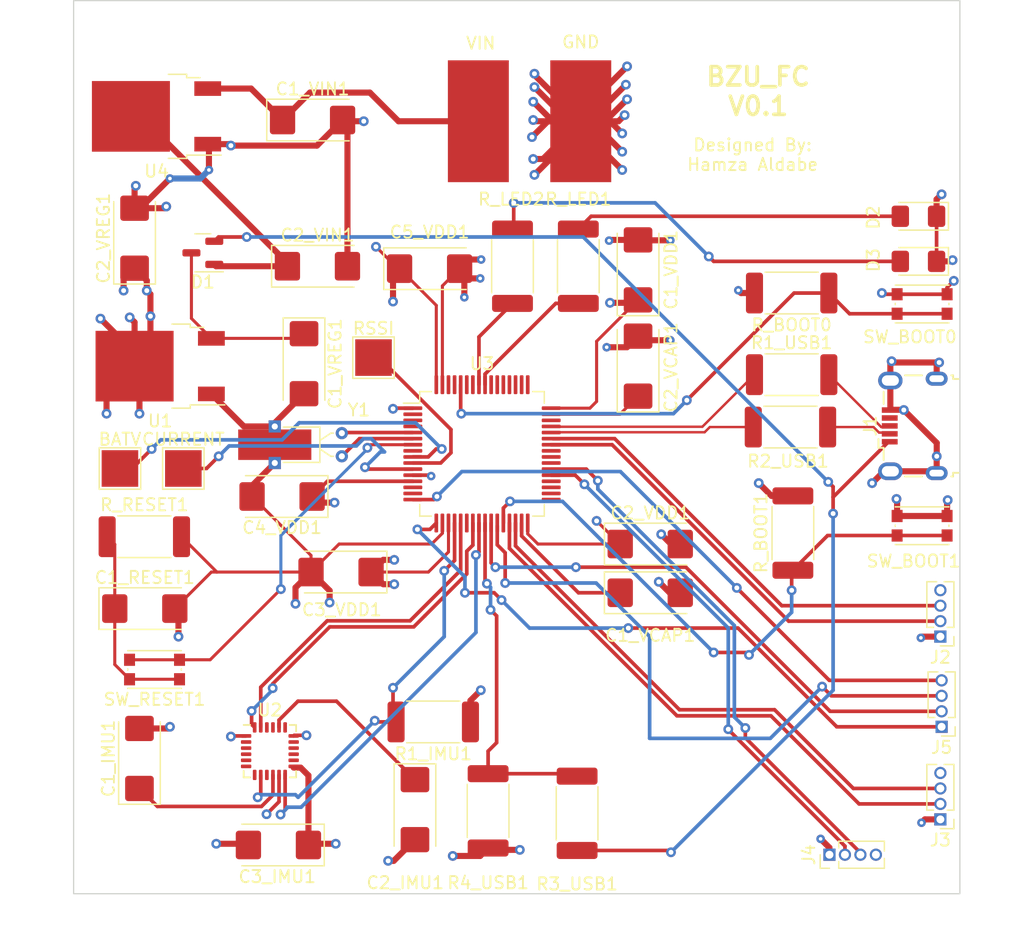
<source format=kicad_pcb>
(kicad_pcb (version 20211014) (generator pcbnew)
  (layers (0 "F.Cu" signal) (1 "In1.Cu" power) (2 "In2.Cu" power) (31 "B.Cu" signal) (34 "B.Paste" user) (35 "F.Paste" user) (36 "B.SilkS" user "B.Silkscreen") (37 "F.SilkS" user "F.Silkscreen") (38 "B.Mask" user) (39 "F.Mask" user) (44 "Edge.Cuts" user))
  (net 0 "")
  (net 1 "GND")
  (net 2 "/VDD")
  (net 3 "Net-(C1_VREG1-Pad1)")
  (net 4 "/5V_REG")
  (net 5 "/5V_USB")
  (net 8 "Net-(C1_VCAP1-Pad1)")
  (net 9 "Net-(C2_VCAP1-Pad1)")
  (net 12 "/IMU_CS")
  (net 13 "Net-(R3_USB1-Pad2)")
  (net 15 "/OSD_SCL")
  (net 16 "/OSD_DOUT")
  (net 17 "/OSD_DIN")
  (net 19 "Net-(C1_IMU1-Pad1)")
  (net 20 "Net-(C1_RESET1-Pad1)")
  (net 21 "/BATV_PAD")
  (net 22 "/RSSI_PAD")
  (net 23 "/CURRENT_PAD")
  (net 29 "/LED")
  (net 30 "/UART2_TX")
  (net 31 "/UART2_RX")
  (net 32 "/PPM_IN")
  (net 33 "/BUZZER")
  (net 34 "/UART1_TX")
  (net 36 "/UART1_RX")
  (net 41 "/CS_OSD")
  (net 44 "/LED1")
  (net 45 "/LED2")
  (net 50 "/VIN")
  (net 51 "/SCL_IMU")
  (net 52 "/SDA_IMU")
  (net 53 "Net-(C2_IMU1-Pad1)")
  (net 55 "Net-(U3-Pad5)")
  (net 56 "Net-(D2-Pad2)")
  (net 57 "Net-(D3-Pad2)")
  (net 58 "/M4")
  (net 59 "/M1")
  (net 60 "/M2")
  (net 61 "/M3")
  (net 62 "/UART3_TX")
  (net 63 "/UART3_RX")
  (net 64 "/IMU_INT")
  (net 65 "/BOOT0")
  (net 66 "/BOOT1")
  (net 67 "/RESET")
  (net 68 "Net-(U3-Pad6)")
  (net 69 "/D-")
  (net 70 "/D+")
  (net 71 "/USBD+")
  (net 72 "/USBD-")
  (footprint "Package_TO_SOT_SMD:TO-252-2" (layer "F.Cu") (at 124.1 71.6 180)
    (fp_text reference "U4")
    (fp_text value "NCP1117-5.0_TO252")
  )
  (footprint "Connector_PinHeader_1.27mm:PinHeader_1x04_P1.27mm_Vertical" (layer "F.Cu") (at 188.5 121.7 180)
    (fp_text reference "J5")
    (fp_text value "Conn_01x04_Male")
  )
  (footprint "Capacitor_Tantalum_SMD:CP_EIA-6032-15_Kemet-U" (layer "F.Cu") (at 123.1375 112)
    (fp_text reference "C1_RESET1")
    (fp_text value "0.1uf")
  )
  (footprint "TestPoint:TestPoint_Pad_3.0x3.0mm" (layer "F.Cu") (at 141.9 91.4)
    (fp_text reference "RSSI")
    (fp_text value "TestPoint_Pad_3.0x3.0mm")
  )
  (footprint "Button_Switch_SMD:SW_Push_1P1T_NO_CK_KMR2" (layer "F.Cu") (at 123.9375 117 180)
    (fp_text reference "SW_RESET1")
    (fp_text value "SW_Push")
  )
  (footprint "Connector_PinHeader_1.27mm:PinHeader_1x04_P1.27mm_Vertical" (layer "F.Cu") (at 188.4 129.3 180)
    (fp_text reference "J3")
    (fp_text value "Conn_01x04_Male")
  )
  (footprint "Connector_PinHeader_1.27mm:PinHeader_1x04_P1.27mm_Vertical" (layer "F.Cu") (at 179.3 132.2 90)
    (fp_text reference "J4")
    (fp_text value "Conn_01x04_Male")
  )
  (footprint "Capacitor_Tantalum_SMD:CP_EIA-6032-15_Kemet-U" (layer "F.Cu") (at 134.4 102.8 180)
    (fp_text reference "C4_VDD1")
    (fp_text value "100nf")
  )
  (footprint "Crystal:Crystal_DS26_D2.0mm_L6.0mm_Horizontal_1EP_style2" (layer "F.Cu") (at 139.3 97.6 -90)
    (fp_text reference "Y1")
    (fp_text value "8MHZ")
  )
  (footprint "Capacitor_Tantalum_SMD:CP_EIA-6032-15_Kemet-U" (layer "F.Cu") (at 136.2 91.9 -90)
    (fp_text reference "C1_VREG1")
    (fp_text value "10uf")
  )
  (footprint "Button_Switch_SMD:SW_Push_1P1T_NO_CK_KMR2" (layer "F.Cu") (at 186.9 105.2 180)
    (fp_text reference "SW_BOOT1")
    (fp_text value "SW_Push")
  )
  (footprint "Capacitor_Tantalum_SMD:CP_EIA-6032-15_Kemet-U" (layer "F.Cu") (at 122.3 81.6 90)
    (fp_text reference "C2_VREG1")
    (fp_text value "10uf")
  )
  (footprint "Capacitor_Tantalum_SMD:CP_EIA-6032-15_Kemet-U" (layer "F.Cu") (at 139.2375 109 180)
    (fp_text reference "C3_VDD1")
    (fp_text value "100nf")
  )
  (footprint "Resistor_SMD:R_2512_6332Metric_Pad1.40x3.35mm_HandSolder" (layer "F.Cu") (at 176.2 86.1 180)
    (fp_text reference "R_BOOT0")
    (fp_text value "10Kohm")
  )
  (footprint "Connector_Wire:SolderWirePad_1x01_SMD_5x10mm" (layer "F.Cu") (at 150.5 72)
    (fp_text reference "VIN")
    (fp_text value "SolderWirePad_1x01_SMD_5x10mm")
  )
  (footprint "Capacitor_Tantalum_SMD:CP_EIA-6032-15_Kemet-U" (layer "F.Cu") (at 136.9 71.9)
    (fp_text reference "C1_VIN1")
    (fp_text value "10uf")
  )
  (footprint "TestPoint:TestPoint_Pad_3.0x3.0mm" (layer "F.Cu") (at 126.3 100.5)
    (fp_text reference "CURRENT")
    (fp_text value "TestPoint_Pad_3.0x3.0mm")
  )
  (footprint "Connector_PinHeader_1.27mm:PinHeader_1x04_P1.27mm_Vertical" (layer "F.Cu") (at 188.4 114.3 180)
    (fp_text reference "J2")
    (fp_text value "Conn_01x04_Male")
  )
  (footprint "LED_SMD:LED_1206_3216Metric_Pad1.42x1.75mm_HandSolder" (layer "F.Cu") (at 186.6 83.5 180)
    (fp_text reference "D3")
    (fp_text value "LED")
  )
  (footprint "TestPoint:TestPoint_Pad_3.0x3.0mm" (layer "F.Cu") (at 121.1 100.5)
    (fp_text reference "BATV")
    (fp_text value "TestPoint_Pad_3.0x3.0mm")
  )
  (footprint "Capacitor_Tantalum_SMD:CP_EIA-6032-15_Kemet-U" (layer "F.Cu") (at 145.3 128.5 -90)
    (fp_text reference "C2_IMU1")
    (fp_text value "2.2uf")
  )
  (footprint "Resistor_SMD:R_2512_6332Metric_Pad1.40x3.35mm_HandSolder" (layer "F.Cu") (at 176.3 105.8 90)
    (fp_text reference "R_BOOT1")
    (fp_text value "10Kohm")
  )
  (footprint "Capacitor_Tantalum_SMD:CP_EIA-6032-15_Kemet-U" (layer "F.Cu") (at 164.6 110.7)
    (fp_text reference "C1_VCAP1")
    (fp_text value "100nf")
  )
  (footprint "Capacitor_Tantalum_SMD:CP_EIA-6032-15_Kemet-U" (layer "F.Cu") (at 122.7 124.3 90)
    (fp_text reference "C1_IMU1")
    (fp_text value "0.1uf")
  )
  (footprint "Resistor_SMD:R_2512_6332Metric_Pad1.40x3.35mm_HandSolder" (layer "F.Cu") (at 146.8 121.3 180)
    (fp_text reference "R1_IMU1")
    (fp_text value "10Kohm")
  )
  (footprint "Capacitor_Tantalum_SMD:CP_EIA-6032-15_Kemet-U" (layer "F.Cu") (at 146.5 84.1)
    (fp_text reference "C5_VDD1")
    (fp_text value "100nf")
  )
  (footprint "Capacitor_Tantalum_SMD:CP_EIA-6032-15_Kemet-U" (layer "F.Cu") (at 163.6 84.2 90)
    (fp_text reference "C1_VDD1")
    (fp_text value "100nf")
  )
  (footprint "Resistor_SMD:R_2512_6332Metric_Pad1.40x3.35mm_HandSolder" (layer "F.Cu") (at 176.2 92.8)
    (fp_text reference "R1_USB1")
    (fp_text value "22ohm")
  )
  (footprint "LED_SMD:LED_1206_3216Metric_Pad1.42x1.75mm_HandSolder" (layer "F.Cu") (at 186.6 79.8 180)
    (fp_text reference "D2")
    (fp_text value "LED")
  )
  (footprint "Resistor_SMD:R_2512_6332Metric_Pad1.40x3.35mm_HandSolder" (layer "F.Cu") (at 151.3 128.6 90)
    (fp_text reference "R4_USB1")
    (fp_text value "10Kohm")
  )
  (footprint "Connector_USB:USB_Micro-B_Wuerth_629105150521" (layer "F.Cu") (at 186.145 97.005 90)
    (fp_text reference "J1")
    (fp_text value "USB_B_Micro")
  )
  (footprint "Capacitor_Tantalum_SMD:CP_EIA-6032-15_Kemet-U" (layer "F.Cu") (at 164.6 106.7)
    (fp_text reference "C2_VDD1")
    (fp_text value "100nf")
  )
  (footprint "Connector_Wire:SolderWirePad_1x01_SMD_5x10mm" (layer "F.Cu") (at 158.9 72)
    (fp_text reference "GND")
    (fp_text value "SolderWirePad_1x01_SMD_5x10mm")
  )
  (footprint "Package_TO_SOT_SMD:SOT-23" (layer "F.Cu") (at 127.9 82.8 180)
    (fp_text reference "D1")
    (fp_text value "BAT54C")
  )
  (footprint "Capacitor_Tantalum_SMD:CP_EIA-6032-15_Kemet-U" (layer "F.Cu") (at 163.6 92.1 90)
    (fp_text reference "C2_VCAP1")
    (fp_text value "100nf")
  )
  (footprint "Package_TO_SOT_SMD:TO-252-2" (layer "F.Cu") (at 124.4 92.1 180)
    (fp_text reference "U1")
    (fp_text value "NCP1117-3.3_TO252")
  )
  (footprint "Resistor_SMD:R_2512_6332Metric_Pad1.40x3.35mm_HandSolder" (layer "F.Cu") (at 176.1 97.1)
    (fp_text reference "R2_USB1")
    (fp_text value "22ohm")
  )
  (footprint "Button_Switch_SMD:SW_Push_1P1T_NO_CK_KMR2" (layer "F.Cu") (at 186.9 87 180)
    (fp_text reference "SW_BOOT0")
    (fp_text value "SW_Push")
  )
  (footprint "Resistor_SMD:R_2512_6332Metric_Pad1.40x3.35mm_HandSolder" (layer "F.Cu") (at 158.7 83.9 -90)
    (fp_text reference "R_LED1")
    (fp_text value "1Kohm")
  )
  (footprint "Sensor_Motion:InvenSense_QFN-24_4x4mm_P0.5mm" (layer "F.Cu") (at 133.4 123.7)
    (fp_text reference "U2")
    (fp_text value "MPU-6000")
  )
  (footprint "Resistor_SMD:R_2512_6332Metric_Pad1.40x3.35mm_HandSolder" (layer "F.Cu") (at 123.1 106.1)
    (fp_text reference "R_RESET1")
    (fp_text value "10Kohm")
  )
  (footprint "Resistor_SMD:R_2512_6332Metric_Pad1.40x3.35mm_HandSolder" (layer "F.Cu") (at 153.3 83.9 -90)
    (fp_text reference "R_LED2")
    (fp_text value "1Kohm")
  )
  (footprint "Package_QFP:LQFP-64_10x10mm_P0.5mm" (layer "F.Cu") (at 150.8 99.3)
    (fp_text reference "U3")
    (fp_text value "STM32F415RGTx")
  )
  (footprint "Capacitor_Tantalum_SMD:CP_EIA-6032-15_Kemet-U" (layer "F.Cu") (at 134.1 131.4 180)
    (fp_text reference "C3_IMU1")
    (fp_text value "0.1uf")
  )
  (footprint "Resistor_SMD:R_2512_6332Metric_Pad1.40x3.35mm_HandSolder" (layer "F.Cu") (at 158.6 128.8 90)
    (fp_text reference "R3_USB1")
    (fp_text value "10Kohm")
  )
  (footprint "Capacitor_Tantalum_SMD:CP_EIA-6032-15_Kemet-U" (layer "F.Cu") (at 137.3 83.9)
    (fp_text reference "C2_VIN1")
    (fp_text value "10uf")
  )
  (gr_rect (start 190 62.1) (end 117.3 135.4) (layer "Edge.Cuts") (width 0.1) (fill none))
  (gr_text "BZU_FC\nV0.1" (at 173.45 69.55) (layer "F.SilkS") (effects (font (size 1.5 1.5) (thickness 0.3))))
  (gr_text "Designed By:\nHamza Aldabe\n" (at 173 74.75) (layer "F.SilkS") (effects (font (size 1 1))))
  (segment (start 188.1 98.4) (end 185.4 95.7) (width 0.5) (layer "F.Cu") (net 1))
  (segment (start 139.7625 72.3) (end 139.3625 71.9) (width 0.5) (layer "F.Cu") (net 1))
  (segment (start 130.2 74) (end 137.2625 74) (width 0.5) (layer "F.Cu") (net 1))
  (segment (start 135.5 110.275) (end 136.775 109) (width 0.5) (layer "F.Cu") (net 1))
  (segment (start 128.4 76) (end 128.4 73.98) (width 0.5) (layer "F.Cu") (net 1))
  (segment (start 188.095 93.13) (end 188.095 92.005) (width 0.5) (layer "F.Cu") (net 1))
  (segment (start 131.27 97.05) (end 128.6 94.38) (width 0.5) (layer "F.Cu") (net 1))
  (segment (start 122.3 79.1375) (end 124.7625 79.1375) (width 0.5) (layer "F.Cu") (net 1))
  (segment (start 158.9 72) (end 157.9 72) (width 0.5) (layer "F.Cu") (net 1))
  (segment (start 124.7625 79.1375) (end 124.9 79) (width 0.5) (layer "F.Cu") (net 1))
  (segment (start 131.45 122.45) (end 130.25 122.45) (width 0.3) (layer "F.Cu") (net 1))
  (segment (start 147.55 104.975) (end 147.55 105.815685) (width 0.25) (layer "F.Cu") (net 1))
  (segment (start 188.3 91.8) (end 184.5 91.8) (width 0.5) (layer "F.Cu") (net 1))
  (segment (start 161.025 90.55) (end 162.6875 90.55) (width 0.5) (layer "F.Cu") (net 1))
  (segment (start 136.775 107.6375) (end 131.9375 102.8) (width 0.25) (layer "F.Cu") (net 1))
  (segment (start 161.2875 81.7375) (end 161.225 81.8) (width 0.5) (layer "F.Cu") (net 1))
  (segment (start 146.55 101.05) (end 146.625 101.125) (width 0.3) (layer "F.Cu") (net 1))
  (segment (start 172.05 86.1) (end 171.825 85.875) (width 0.5) (layer "F.Cu") (net 1))
  (segment (start 185.38 95.68) (end 184.245 95.68) (width 0.5) (layer "F.Cu") (net 1))
  (segment (start 133.8 97.05) (end 131.27 97.05) (width 0.5) (layer "F.Cu") (net 1))
  (segment (start 163.6 81.7375) (end 161.2875 81.7375) (width 0.5) (layer "F.Cu") (net 1))
  (segment (start 187.945 100.73) (end 188.095 100.88) (width 0.5) (layer "F.Cu") (net 1))
  (segment (start 146.665685 106.7) (end 139.075 106.7) (width 0.25) (layer "F.Cu") (net 1))
  (segment (start 159.6 72) (end 162.6 69) (width 0.5) (layer "F.Cu") (net 1))
  (segment (start 188.0875 83.5) (end 188.0875 79.8) (width 0.3) (layer "F.Cu") (net 1))
  (segment (start 158.9 71.3) (end 162.7 67.5) (width 0.5) (layer "F.Cu") (net 1))
  (segment (start 128.3 73.88) (end 130.08 73.88) (width 0.5) (layer "F.Cu") (net 1))
  (segment (start 128.4 73.98) (end 128.3 73.88) (width 0.5) (layer "F.Cu") (net 1))
  (segment (start 158.9 72) (end 155.1 68.2) (width 0.5) (layer "F.Cu") (net 1))
  (segment (start 188.0875 83.5) (end 189.3 83.5) (width 0.5) (layer "F.Cu") (net 1))
  (segment (start 136.775 109) (end 136.775 107.6375) (width 0.25) (layer "F.Cu") (net 1))
  (segment (start 188.095 92.005) (end 188.3 91.8) (width 0.5) (layer "F.Cu") (net 1))
  (segment (start 151.45 131.8) (end 151.3 131.65) (width 0.5) (layer "F.Cu") (net 1))
  (segment (start 157.9 72) (end 155.1 69.2) (width 0.5) (layer "F.Cu") (net 1))
  (segment (start 129.05 109) (end 126.15 106.1) (width 0.25) (layer "F.Cu") (net 1))
  (segment (start 147.55 85.5125) (end 148.9625 84.1) (width 0.25) (layer "F.Cu") (net 1))
  (segment (start 156.2 72) (end 154.9 73.3) (width 0.5) (layer "F.Cu") (net 1))
  (segment (start 158.9 72) (end 156.2 72) (width 0.5) (layer "F.Cu") (net 1))
  (segment (start 158.9 72.6) (end 155.1 76.4) (width 0.5) (layer "F.Cu") (net 1))
  (segment (start 184.295 100.73) (end 187.945 100.73) (width 0.5) (layer "F.Cu") (net 1))
  (segment (start 155.1 72) (end 155 71.9) (width 0.5) (layer "F.Cu") (net 1))
  (segment (start 153.9 131.8) (end 151.45 131.8) (width 0.5) (layer "F.Cu") (net 1))
  (segment (start 189.3 83.5) (end 189.4 83.4) (width 0.5) (layer "F.Cu") (net 1))
  (segment (start 150.65 84.9) (end 149.7625 84.9) (width 0.5) (layer "F.Cu") (net 1))
  (segment (start 158.9 72.6) (end 162.3 76) (width 0.5) (layer "F.Cu") (net 1))
  (segment (start 134.15 127.85) (end 133.125 128.875) (width 0.3) (layer "F.Cu") (net 1))
  (segment (start 166.25 89.975) (end 163.9375 89.975) (width 0.5) (layer "F.Cu") (net 1))
  (segment (start 150.65 132.3) (end 151.3 131.65) (width 0.5) (layer "F.Cu") (net 1))
  (segment (start 143.1 132.7) (end 143.5625 132.7) (width 0.5) (layer "F.Cu") (net 1))
  (segment (start 149.35 86.45) (end 149.35 84.4875) (width 0.5) (layer "F.Cu") (net 1))
  (segment (start 147.55 93.625) (end 147.55 85.5125) (width 0.25) (layer "F.Cu") (net 1))
  (segment (start 130.25 122.45) (end 130.2 122.5) (width 0.3) (layer "F.Cu") (net 1))
  (segment (start 158.9 72) (end 158.9 71.3) (width 0.5) (layer "F.Cu") (net 1))
  (segment (start 158.9 72) (end 159.8 72) (width 0.5) (layer "F.Cu") (net 1))
  (segment (start 184.295 91.805) (end 184.4 91.7) (width 0.5) (layer "F.Cu") (net 1))
  (segment (start 185.4 95.7) (end 185.38 95.68) (width 0.5) (layer "F.Cu") (net 1))
  (segment (start 161.3 72) (end 162.3 73) (width 0.5) (layer "F.Cu") (net 1))
  (segment (start 166.25 81.775) (end 163.6375 81.775) (width 0.5) (layer "F.Cu") (net 1))
  (segment (start 156.6 72) (end 155 70.4) (width 0.5) (layer "F.Cu") (net 1))
  (segment (start 158.9 72) (end 162 72) (width 0.5) (layer "F.Cu") (net 1))
  (segment (start 143.5625 132.7) (end 145.3 130.9625) (width 0.5) (layer "F.Cu") (net 1))
  (segment (start 136.4 122.4) (end 135.4 122.4) (width 0.3) (layer "F.Cu") (net 1))
  (segment (start 188.0875 78.4125) (end 188.5 78) (width 0.5) (layer "F.Cu") (net 1))
  (segment (start 149.7625 84.9) (end 148.9625 84.1) (width 0.5) (layer "F.Cu") (net 1))
  (segment (start 158.9 72) (end 155.1 72) (width 0.5) (layer "F.Cu") (net 1))
  (segment (start 167.0625 106.7) (end 166.3 106.7) (width 0.5) (layer "F.Cu") (net 1))
  (segment (start 188.095 99.505) (end 188.1 99.5) (width 0.5) (layer "F.Cu") (net 1))
  (segment (start 137.2625 74) (end 139.3625 71.9) (width 0.5) (layer "F.Cu") (net 1))
  (segment (start 158.9 72) (end 158.9 72.6) (width 0.5) (layer "F.Cu") (net 1))
  (segment (start 139.4625 72) (end 139.3625 71.9) (width 0.5) (layer "F.Cu") (net 1))
  (segment (start 150.725 83.35) (end 149.7125 83.35) (width 0.5) (layer "F.Cu") (net 1))
  (segment (start 122.3 77.4) (end 122.4 77.3) (width 0.5) (layer "F.Cu") (net 1))
  (segment (start 184.295 93.28) (end 184.295 91.805) (width 0.5) (layer "F.Cu") (net 1))
  (segment (start 134.15 125.65) (end 134.15 127.85) (width 0.3) (layer "F.Cu") (net 1))
  (segment (start 155.1 68.2) (end 155.1 68.1) (width 0.5) (layer "F.Cu") (net 1))
  (segment (start 122.7 121.8375) (end 125.0625 121.8375) (width 0.5) (layer "F.Cu") (net 1))
  (segment (start 131.9375 101.9125) (end 133.8 100.05) (width 0.5) (layer "F.Cu") (net 1))
  (segment (start 162.6875 90.55) (end 163.6 89.6375) (width 0.5) (layer "F.Cu") (net 1))
  (segment (start 122.3 79.1375) (end 122.7625 79.1375) (width 0.5) (layer "F.Cu") (net 1))
  (segment (start 166.2 110.7) (end 165.3 109.8) (width 0.5) (layer "F.Cu") (net 1))
  (segment (start 139.075 106.7) (end 136.775 109) (width 0.25) (layer "F.Cu") (net 1))
  (segment (start 163.9375 89.975) (end 163.6 89.6375) (width 0.5) (layer "F.Cu") (net 1))
  (segment (start 158.9 72) (end 156.6 72) (width 0.5) (layer "F.Cu") (net 1))
  (segment (start 135.5 111.6) (end 135.5 110.275) (width 0.5) (layer "F.Cu") (net 1))
  (segment (start 125.9 112.3) (end 125.6 112) (width 0.5) (layer "F.Cu") (net 1))
  (segment (start 131.5375 131.3) (end 131.6375 131.4) (width 0.5) (layer "F.Cu") (net 1))
  (segment (start 133.8 97.05) (end 133.8 96.7625) (width 0.5) (layer "F.Cu") (net 1))
  (segment (start 184.5 91.8) (end 184.4 91.7) (width 0.5) (layer "F.Cu") (net 1))
  (segment (start 188.0875 79.8) (end 188.0875 78.4125) (width 0.5) (layer "F.Cu") (net 1))
  (segment (start 184.295 100.73) (end 183.77 100.73) (width 0.5) (layer "F.Cu") (net 1))
  (segment (start 160.9 72) (end 162.7 70.2) (width 0.5) (layer "F.Cu") (net 1))
  (segment (start 166.3 106.7) (end 165.5 105.9) (width 0.5) (layer "F.Cu") (net 1))
  (segment (start 184.295 93.28) (end 184.295 95.63) (width 0.5) (layer "F.Cu") (net 1))
  (segment (start 125.9 114.3) (end 125.9 112.3) (width 0.5) (layer "F.Cu") (net 1))
  (segment (start 176.3 102.75) (end 174.55 102.75) (width 0.5) (layer "F.Cu") (net 1))
  (segment (start 158.9 72) (end 159.6 72) (width 0.5) (layer "F.Cu") (net 1))
  (segment (start 173.15 86.1) (end 172.05 86.1) (width 0.5) (layer "F.Cu") (net 1))
  (segment (start 129.05 109) (end 128.6 109) (width 0.25) (layer "F.Cu") (net 1))
  (segment (start 122.7625 79.1375) (end 125.2 76.7) (width 0.5) (layer "F.Cu") (net 1))
  (segment (start 188.095 100.88) (end 188.095 99.505) (width 0.5) (layer "F.Cu") (net 1))
  (segment (start 138.3 110.525) (end 136.775 109) (width 0.5) (layer "F.Cu") (net 1))
  (segment (start 138.3 111.5) (end 138.3 110.525) (width 0.5) (layer "F.Cu") (net 1))
  (segment (start 188.1 99.5) (end 188.1 98.4) (width 0.5) (layer "F.Cu") (net 1))
  (segment (start 162 72) (end 162.5 71.5) (width 0.5) (layer "F.Cu") (net 1))
  (segment (start 129 131.3) (end 131.5375 131.3) (width 0.5) (layer "F.Cu") (net 1))
  (segment (start 131.9375 102.8) (end 131.9375 101.9125) (width 0.5) (layer "F.Cu") (net 1))
  (segment (start 125.0625 121.8375) (end 125.2 121.7) (width 0.5) (layer "F.Cu") (net 1))
  (segment (start 122.3 79.1375) (end 122.3 77.4) (width 0.5) (layer "F.Cu") (net 1))
  (segment (start 159.8 72) (end 162.3 74.5) (width 0.5) (layer "F.Cu") (net 1))
  (segment (start 167.0625 110.7) (end 166.2 110.7) (width 0.5) (layer "F.Cu") (net 1))
  (segment (start 128.6 109) (end 125.6 112) (width 0.25) (layer "F.Cu") (net 1))
  (segment (start 158.9 72) (end 160.9 72) (width 0.5) (layer "F.Cu") (net 1))
  (segment (start 149.35 84.4875) (end 148.9625 84.1) (width 0.5) (layer "F.Cu") (net 1))
  (segment (start 174.55 102.75) (end 173.5 101.7) (width 0.5) (layer "F.Cu") (net 1))
  (segment (start 148.4 132.3) (end 150.65 132.3) (width 0.5) (layer "F.Cu") (net 1))
  (segment (start 183.77 100.73) (end 182.8 101.7) (width 0.5) (layer "F.Cu") (net 1))
  (segment (start 149.7125 83.35) (end 148.9625 84.1) (width 0.5) (layer "F.Cu") (net 1))
  (segment (start 135.4 122.4) (end 135.35 122.45) (width 0.3) (layer "F.Cu") (net 1))
  (segment (start 141.1 72) (end 139.4625 72) (width 0.5) (layer "F.Cu") (net 1))
  (segment (start 147.55 105.815685) (end 146.665685 106.7) (width 0.25) (layer "F.Cu") (net 1))
  (segment (start 155.8 75.1) (end 155 75.1) (width 0.5) (layer "F.Cu") (net 1))
  (segment (start 133.8 96.7625) (end 136.2 94.3625) (width 0.5) (layer "F.Cu") (net 1))
  (segment (start 145.125 101.05) (end 146.55 101.05) (width 0.3) (layer "F.Cu") (net 1))
  (segment (start 184.295 95.63) (end 184.245 95.68) (width 0.5) (layer "F.Cu") (net 1))
  (segment (start 158.9 72) (end 161.3 72) (width 0.5) (layer "F.Cu") (net 1))
  (segment (start 158.9 72) (end 155.8 75.1) (width 0.5) (layer "F.Cu") (net 1))
  (segment (start 136.775 109) (end 129.05 109) (width 0.25) (layer "F.Cu") (net 1))
  (segment (start 130.08 73.88) (end 130.2 74) (width 0.5) (layer "F.Cu") (net 1))
  (segment (start 139.7625 83.9) (end 139.7625 72.3) (width 0.5) (layer "F.Cu") (net 1))
  (via (at 162.3 73) (size 0.8) (drill 0.4) (layers "F.Cu" "B.Cu") (net 1))
  (via (at 125.2 76.7) (size 0.7) (drill 0.3) (layers "F.Cu" "B.Cu") (net 1))
  (via (at 162.3 76) (size 0.8) (drill 0.4) (layers "F.Cu" "B.Cu") (net 1))
  (via (at 135.5 111.6) (size 0.8) (drill 0.4) (layers "F.Cu" "B.Cu") (net 1))
  (via (at 130.2 122.5) (size 0.8) (drill 0.4) (layers "F.Cu" "B.Cu") (net 1))
  (via (at 165.3 109.8) (size 0.8) (drill 0.4) (layers "F.Cu" "B.Cu") (net 1))
  (via (at 155.1 76.4) (size 0.8) (drill 0.4) (layers "F.Cu" "B.Cu") (net 1))
  (via (at 166.25 89.975) (size 0.7) (drill 0.3) (layers "F.Cu" "B.Cu") (net 1))
  (via (at 155 70.4) (size 0.8) (drill 0.4) (layers "F.Cu" "B.Cu") (net 1))
  (via (at 189.4 83.4) (size 0.8) (drill 0.4) (layers "F.Cu" "B.Cu") (net 1))
  (via (at 155 71.9) (size 0.8) (drill 0.4) (layers "F.Cu" "B.Cu") (net 1))
  (via (at 133.125 128.875) (size 0.8) (drill 0.4) (layers "F.Cu" "B.Cu") (net 1))
  (via (at 124.9 79) (size 0.8) (drill 0.4) (layers "F.Cu" "B.Cu") (net 1))
  (via (at 182.8 101.7) (size 0.8) (drill 0.4) (layers "F.Cu" "B.Cu") (net 1))
  (via (at 153.9 131.8) (size 0.8) (drill 0.4) (layers "F.Cu" "B.Cu") (net 1))
  (via (at 184.4 91.7) (size 0.8) (drill 0.4) (layers "F.Cu" "B.Cu") (net 1))
  (via (at 155.1 69.2) (size 0.8) (drill 0.4) (layers "F.Cu" "B.Cu") (net 1))
  (via (at 185.4 95.7) (size 0.8) (drill 0.4) (layers "F.Cu" "B.Cu") (net 1))
  (via (at 129 131.3) (size 0.8) (drill 0.4) (layers "F.Cu" "B.Cu") (net 1))
  (via (at 138.3 111.5) (size 0.8) (drill 0.4) (layers "F.Cu" "B.Cu") (net 1))
  (via (at 162.6 69) (size 0.8) (drill 0.4) (layers "F.Cu" "B.Cu") (net 1))
  (via (at 166.25 81.775) (size 0.7) (drill 0.3) (layers "F.Cu" "B.Cu") (net 1))
  (via (at 165.5 105.9) (size 0.8) (drill 0.4) (layers "F.Cu" "B.Cu") (net 1))
  (via (at 161.225 81.8) (size 0.7) (drill 0.3) (layers "F.Cu" "B.Cu") (net 1))
  (via (at 188.3 91.8) (size 0.8) (drill 0.4) (layers "F.Cu" "B.Cu") (net 1))
  (via (at 141.1 72) (size 0.8) (drill 0.4) (layers "F.Cu" "B.Cu") (net 1))
  (via (at 149.35 86.45) (size 0.7) (drill 0.3) (layers "F.Cu" "B.Cu") (net 1))
  (via (at 136.4 122.4) (size 0.8) (drill 0.4) (layers "F.Cu" "B.Cu") (net 1))
  (via (at 128.4 76) (size 0.7) (drill 0.3) (layers "F.Cu" "B.Cu") (net 1))
  (via (at 161.025 90.55) (size 0.7) (drill 0.3) (layers "F.Cu" "B.Cu") (net 1))
  (via (at 150.725 83.35) (size 0.7) (drill 0.3) (layers "F.Cu" "B.Cu") (net 1))
  (via (at 143.1 132.7) (size 0.8) (drill 0.4) (layers "F.Cu" "B.Cu") (net 1))
  (via (at 171.825 85.875) (size 0.7) (drill 0.3) (layers "F.Cu" "B.Cu") (net 1))
  (via (at 155 75.1) (size 0.8) (drill 0.4) (layers "F.Cu" "B.Cu") (net 1))
  (via (at 162.7 67.5) (size 0.8) (drill 0.4) (layers "F.Cu" "B.Cu") (net 1))
  (via (at 125.2 121.7) (size 0.8) (drill 0.4) (layers "F.Cu" "B.Cu") (net 1))
  (via (at 154.9 73.3) (size 0.8) (drill 0.4) (layers "F.Cu" "B.Cu") (net 1))
  (via (at 162.7 70.2) (size 0.8) (drill 0.4) (layers "F.Cu" "B.Cu") (net 1))
  (via (at 188.1 99.5) (size 0.8) (drill 0.4) (layers "F.Cu" "B.Cu") (net 1))
  (via (at 162.3 74.5) (size 0.8) (drill 0.4) (layers "F.Cu" "B.Cu") (net 1))
  (via (at 122.4 77.3) (size 0.8) (drill 0.4) (layers "F.Cu" "B.Cu") (net 1))
  (via (at 150.65 84.9) (size 0.7) (drill 0.3) (layers "F.Cu" "B.Cu") (net 1))
  (via (at 155.1 68.1) (size 0.8) (drill 0.4) (layers "F.Cu" "B.Cu") (net 1))
  (via (at 130.2 74) (size 0.8) (drill 0.4) (layers "F.Cu" "B.Cu") (net 1))
  (via (at 188.5 78) (size 0.8) (drill 0.4) (layers "F.Cu" "B.Cu") (net 1))
  (via (at 148.4 132.3) (size 0.8) (drill 0.4) (layers "F.Cu" "B.Cu") (net 1))
  (via (at 173.5 101.7) (size 0.8) (drill 0.4) (layers "F.Cu" "B.Cu") (net 1))
  (via (at 146.625 101.125) (size 0.7) (drill 0.3) (layers "F.Cu" "B.Cu") (net 1))
  (via (at 125.9 114.3) (size 0.8) (drill 0.4) (layers "F.Cu" "B.Cu") (net 1))
  (via (at 162.5 71.5) (size 0.8) (drill 0.4) (layers "F.Cu" "B.Cu") (net 1))
  (segment (start 125.2 76.7) (end 127.7 76.7) (width 0.5) (layer "B.Cu") (net 1))
  (segment (start 127.7 76.7) (end 128.4 76) (width 0.5) (layer "B.Cu") (net 1))
  (segment (start 188.95 86.2) (end 188.95 85.65) (width 0.3) (layer "F.Cu") (net 2))
  (segment (start 136.5625 131.4) (end 136.5625 125.695038) (width 0.5) (layer "F.Cu") (net 2))
  (segment (start 154.55 105.865685) (end 154.55 104.975) (width 0.25) (layer "F.Cu") (net 2))
  (segment (start 145.125 95.55) (end 143.55 95.55) (width 0.3) (layer "F.Cu") (net 2))
  (segment (start 184.85 104.4) (end 184.85 103.05) (width 0.5) (layer "F.Cu") (net 2))
  (segment (start 188.95 103.15) (end 189 103.1) (width 0.5) (layer "F.Cu") (net 2))
  (segment (start 122.3 92.1) (end 122.3 88.5) (width 0.5) (layer "F.Cu") (net 2))
  (segment (start 122.3 88.5) (end 121.9 88.1) (width 0.5) (layer "F.Cu") (net 2))
  (segment (start 149.85 121.3) (end 149.85 119.55) (width 0.5) (layer "F.Cu") (net 2))
  (segment (start 143.9 84.1) (end 142.1 82.3) (width 0.25) (layer "F.Cu") (net 2))
  (segment (start 155.384315 106.7) (end 154.55 105.865685) (width 0.25) (layer "F.Cu") (net 2))
  (segment (start 145.125 101.55) (end 138.1125 101.55) (width 0.3) (layer "F.Cu") (net 2))
  (segment (start 123.3 85.9) (end 123.3 85.0625) (width 0.5) (layer "F.Cu") (net 2))
  (segment (start 142.7 108) (end 141.7 109) (width 0.5) (layer "F.Cu") (net 2))
  (segment (start 188.95 104.4) (end 188.95 103.15) (width 0.5) (layer "F.Cu") (net 2))
  (segment (start 159.65 95.55) (end 156.475 95.55) (width 0.25) (layer "F.Cu") (net 2))
  (segment (start 149.85 119.55) (end 150.7 118.7) (width 0.5) (layer "F.Cu") (net 2))
  (segment (start 188.95 86.2) (end 184.85 86.2) (width 0.3) (layer "F.Cu") (net 2))
  (segment (start 163.3625 86.9) (end 163.6 86.6625) (width 0.5) (layer "F.Cu") (net 2))
  (segment (start 138.8 131.3) (end 136.6625 131.3) (width 0.5) (layer "F.Cu") (net 2))
  (segment (start 187.125 129.3) (end 186.85 129.575) (width 0.5) (layer "F.Cu") (net 2))
  (segment (start 122.7 92.5) (end 122.3 92.1) (width 0.5) (layer "F.Cu") (net 2))
  (segment (start 123.6 88) (end 123.6 90.8) (width 0.5) (layer "F.Cu") (net 2))
  (segment (start 147.05 93.625) (end 147.05 87.1125) (width 0.25) (layer "F.Cu") (net 2))
  (segment (start 163.6 86.6625) (end 160.2 90.0625) (width 0.25) (layer "F.Cu") (net 2))
  (segment (start 162.1375 106.7) (end 162.1 106.7) (width 0.25) (layer "F.Cu") (net 2))
  (segment (start 188.95 85.65) (end 189.5 85.1) (width 0.3) (layer "F.Cu") (net 2))
  (segment (start 147.05 87.1125) (end 144.0375 84.1) (width 0.25) (layer "F.Cu") (net 2))
  (segment (start 162.1375 106.7) (end 155.384315 106.7) (width 0.25) (layer "F.Cu") (net 2))
  (segment (start 144.0375 84.1) (end 143.9 84.1) (width 0.25) (layer "F.Cu") (net 2))
  (segment (start 121.4 84.9625) (end 122.3 84.0625) (width 0.5) (layer "F.Cu") (net 2))
  (segment (start 143.6 108) (end 142.7 108) (width 0.5) (layer "F.Cu") (net 2))
  (segment (start 136.6625 131.3) (end 136.5625 131.4) (width 0.5) (layer "F.Cu") (net 2))
  (segment (start 123.6 88) (end 123.6 86.2) (width 0.5) (layer "F.Cu") (net 2))
  (segment (start 136.5625 125.695038) (end 135.917462 125.05) (width 0.5) (layer "F.Cu") (net 2))
  (segment (start 142.7 110) (end 141.7 109) (width 0.5) (layer "F.Cu") (net 2))
  (segment (start 123.3 85.0625) (end 122.3 84.0625) (width 0.5) (layer "F.Cu") (net 2))
  (segment (start 122.3 91) (end 122.3 92.1) (width 0.5) (layer "F.Cu") (net 2))
  (segment (start 184.85 103.05) (end 184.8 103) (width 0.5) (layer "F.Cu") (net 2))
  (segment (start 186.9 114.3) (end 186.8 114.4) (width 0.5) (layer "F.Cu") (net 2))
  (segment (start 123.6 86.2) (end 123.3 85.9) (width 0.5) (layer "F.Cu") (net 2))
  (segment (start 148.05 107.35) (end 146.4 109) (width 0.25) (layer "F.Cu") (net 2))
  (segment (start 143.6 110) (end 142.7 110) (width 0.5) (layer "F.Cu") (net 2))
  (segment (start 160.2 95) (end 159.65 95.55) (width 0.25) (layer "F.Cu") (net 2))
  (segment (start 138.1125 101.55) (end 136.8625 102.8) (width 0.3) (layer "F.Cu") (net 2))
  (segment (start 146.4 109) (end 141.7 109) (width 0.25) (layer "F.Cu") (net 2))
  (segment (start 161.3 86.9) (end 163.3625 86.9) (width 0.5) (layer "F.Cu") (net 2))
  (segment (start 138.7 103.3) (end 137.3625 103.3) (width 0.5) (layer "F.Cu") (net 2))
  (segment (start 120 96) (end 120 94.4) (width 0.5) (layer "F.Cu") (net 2))
  (segment (start 188.4 114.3) (end 186.9 114.3) (width 0.5) (layer "F.Cu") (net 2))
  (segment (start 120 94.4) (end 122.3 92.1) (width 0.5) (layer "F.Cu") (net 2))
  (segment (start 179.3 131.625) (end 178.575 130.9) (width 0.5) (layer "F.Cu") (net 2))
  (segment (start 135.917462 125.05) (end 135.35 125.05) (width 0.5) (layer "F.Cu") (net 2))
  (segment (start 143.5 84.6375) (end 144.0375 84.1) (width 0.5) (layer "F.Cu") (net 2))
  (segment (start 119.5 88.2) (end 122.3 91) (width 0.5) (layer "F.Cu") (net 2))
  (segment (start 122.7 96) (end 122.7 92.5) (width 0.5) (layer "F.Cu") (net 2))
  (segment (start 162.1 106.7) (end 160.2 104.8) (width 0.25) (layer "F.Cu") (net 2))
  (segment (start 143.5 86.8) (end 143.5 84.6375) (width 0.5) (layer "F.Cu") (net 2))
  (segment (start 121.4 85.9) (end 121.4 84.9625) (width 0.5) (layer "F.Cu") (net 2))
  (segment (start 137.3625 103.3) (end 136.8625 102.8) (width 0.5) (layer "F.Cu") (net 2))
  (segment (start 183.7 86.2) (end 183.6 86.1) (width 0.3) (layer "F.Cu") (net 2))
  (segment (start 179.3 132.2) (end 179.3 131.625) (width 0.5) (layer "F.Cu") (net 2))
  (segment (start 188.4 129.3) (end 187.125 129.3) (width 0.5) (layer "F.Cu") (net 2))
  (segment (start 184.85 104.4) (end 188.95 104.4) (width 0.5) (layer "F.Cu") (net 2))
  (segment (start 143.55 95.55) (end 143.5 95.6) (width 0.3) (layer "F.Cu") (net 2))
  (segment (start 148.05 104.975) (end 148.05 107.35) (width 0.25) (layer "F.Cu") (net 2))
  (segment (start 184.85 86.2) (end 183.7 86.2) (width 0.3) (layer "F.Cu") (net 2))
  (segment (start 160.2 90.0625) (end 160.2 95) (width 0.25) (layer "F.Cu") (net 2))
  (segment (start 123.6 90.8) (end 122.3 92.1) (width 0.5) (layer "F.Cu") (net 2))
  (via (at 143.5 95.6) (size 0.8) (drill 0.4) (layers "F.Cu" "B.Cu") (net 2))
  (via (at 143.6 110) (size 0.8) (drill 0.4) (layers "F.Cu" "B.Cu") (net 2))
  (via (at 120 96) (size 0.8) (drill 0.4) (layers "F.Cu" "B.Cu") (net 2))
  (via (at 160.2 104.8) (size 0.8) (drill 0.4) (layers "F.Cu" "B.Cu") (net 2))
  (via (at 183.6 86.1) (size 0.8) (drill 0.4) (layers "F.Cu" "B.Cu") (net 2))
  (via (at 138.8 131.3) (size 0.8) (drill 0.4) (layers "F.Cu" "B.Cu") (net 2))
  (via (at 161.3 86.9) (size 0.8) (drill 0.4) (layers "F.Cu" "B.Cu") (net 2))
  (via (at 150.7 118.7) (size 0.8) (drill 0.4) (layers "F.Cu" "B.Cu") (net 2))
  (via (at 119.5 88.2) (size 0.8) (drill 0.4) (layers "F.Cu" "B.Cu") (net 2))
  (via (at 123.3 85.9) (size 0.8) (drill 0.4) (layers "F.Cu" "B.Cu") (net 2))
  (via (at 184.8 103) (size 0.8) (drill 0.4) (layers "F.Cu" "B.Cu") (net 2))
  (via (at 189 103.1) (size 0.8) (drill 0.4) (layers "F.Cu" "B.Cu") (net 2))
  (via (at 186.85 129.575) (size 0.7) (drill 0.3) (layers "F.Cu" "B.Cu") (net 2))
  (via (at 121.4 85.9) (size 0.8) (drill 0.4) (layers "F.Cu" "B.Cu") (net 2))
  (via (at 122.7 96) (size 0.8) (drill 0.4) (layers "F.Cu" "B.Cu") (net 2))
  (via (at 143.6 108) (size 0.8) (drill 0.4) (layers "F.Cu" "B.Cu") (net 2))
  (via (at 123.6 88) (size 0.8) (drill 0.4) (layers "F.Cu" "B.Cu") (net 2))
  (via (at 121.9 88.1) (size 0.8) (drill 0.4) (layers "F.Cu" "B.Cu") (net 2))
  (via (at 178.575 130.9) (size 0.7) (drill 0.3) (layers "F.Cu" "B.Cu") (net 2))
  (via (at 143.5 86.8) (size 0.8) (drill 0.4) (layers "F.Cu" "B.Cu") (net 2))
  (via (at 186.8 114.4) (size 0.7) (drill 0.3) (layers "F.Cu" "B.Cu") (net 2))
  (via (at 142.1 82.3) (size 0.8) (drill 0.4) (layers "F.Cu" "B.Cu") (net 2))
  (via (at 138.7 103.3) (size 0.8) (drill 0.4) (layers "F.Cu" "B.Cu") (net 2))
  (via (at 189.5 85.1) (size 0.8) (drill 0.4) (layers "F.Cu" "B.Cu") (net 2))
  (segment (start 135.8175 89.82) (end 128.6 89.82) (width 0.25) (layer "F.Cu") (net 3))
  (segment (start 128.6 89.82) (end 126.9625 88.1825) (width 0.25) (layer "F.Cu") (net 3))
  (segment (start 126.9625 88.1825) (end 126.9625 82.8) (width 0.25) (layer "F.Cu") (net 3))
  (segment (start 136.2 89.4375) (end 135.8175 89.82) (width 0.25) (layer "F.Cu") (net 3))
  (segment (start 122 71.6) (end 122.802082 71.6) (width 0.5) (layer "F.Cu") (net 4))
  (segment (start 128.9875 83.9) (end 128.8375 83.75) (width 0.5) (layer "F.Cu") (net 4))
  (segment (start 134.8375 83.9) (end 128.9875 83.9) (width 0.5) (layer "F.Cu") (net 4))
  (segment (start 134.8375 83.635418) (end 134.8375 83.9) (width 0.5) (layer "F.Cu") (net 4))
  (segment (start 122.802082 71.6) (end 134.8375 83.635418) (width 0.5) (layer "F.Cu") (net 4))
  (segment (start 179.6 102.85) (end 179.6 102) (width 0.3) (layer "F.Cu") (net 5))
  (segment (start 184.145 98.305) (end 179.6 102.85) (width 0.3) (layer "F.Cu") (net 5))
  (segment (start 179.6 102.85) (end 179.6 104.2) (width 0.3) (layer "F.Cu") (net 5))
  (segment (start 166.15 131.85) (end 166.3 132) (width 0.3) (layer "F.Cu") (net 5))
  (segment (start 179.6 102) (end 179.2 101.6) (width 0.3) (layer "F.Cu") (net 5))
  (segment (start 129.1875 81.5) (end 128.8375 81.85) (width 0.3) (layer "F.Cu") (net 5))
  (segment (start 158.6 131.85) (end 166.15 131.85) (width 0.3) (layer "F.Cu") (net 5))
  (segment (start 131.5 81.5) (end 129.1875 81.5) (width 0.3) (layer "F.Cu") (net 5))
  (via (at 166.3 132) (size 0.8) (drill 0.4) (layers "F.Cu" "B.Cu") (net 5))
  (via (at 179.6 104.2) (size 0.8) (drill 0.4) (layers "F.Cu" "B.Cu") (net 5))
  (via (at 179.2 101.6) (size 0.8) (drill 0.4) (layers "F.Cu" "B.Cu") (net 5))
  (via (at 131.5 81.5) (size 0.8) (drill 0.4) (layers "F.Cu" "B.Cu") (net 5))
  (segment (start 159.1 81.5) (end 131.5 81.5) (width 0.3) (layer "B.Cu") (net 5))
  (segment (start 179.2 101.6) (end 159.1 81.5) (width 0.3) (layer "B.Cu") (net 5))
  (segment (start 179.6 118.7) (end 166.3 132) (width 0.3) (layer "B.Cu") (net 5))
  (segment (start 179.6 104.2) (end 179.6 118.7) (width 0.3) (layer "B.Cu") (net 5))
  (segment (start 162.1375 110.7) (end 158.712564 110.7) (width 0.3) (layer "F.Cu") (net 8))
  (segment (start 154.05 106.037436) (end 154.05 104.975) (width 0.3) (layer "F.Cu") (net 8))
  (segment (start 158.712564 110.7) (end 154.05 106.037436) (width 0.3) (layer "F.Cu") (net 8))
  (segment (start 162.1125 96.05) (end 156.475 96.05) (width 0.25) (layer "F.Cu") (net 9))
  (segment (start 163.6 94.5625) (end 162.1125 96.05) (width 0.25) (layer "F.Cu") (net 9))
  (segment (start 148.55 104.975) (end 148.55 108.05) (width 0.3) (layer "F.Cu") (net 12))
  (segment (start 132.65 127.237) (end 132.4 127.487) (width 0.3) (layer "F.Cu") (net 12))
  (segment (start 143.5 121.05) (end 143.75 121.3) (width 0.3) (layer "F.Cu") (net 12))
  (segment (start 143.75 121.3) (end 142.1 121.3) (width 0.3) (layer "F.Cu") (net 12))
  (segment (start 142.1 121.3) (end 142 121.2) (width 0.3) (layer "F.Cu") (net 12))
  (segment (start 132.65 125.65) (end 132.65 127.237) (width 0.3) (layer "F.Cu") (net 12))
  (segment (start 148.55 108.05) (end 147.7 108.9) (width 0.3) (layer "F.Cu") (net 12))
  (segment (start 143.5 118.5) (end 143.5 121.05) (width 0.3) (layer "F.Cu") (net 12))
  (via (at 142 121.2) (size 0.8) (drill 0.4) (layers "F.Cu" "B.Cu") (net 12))
  (via (at 147.7 108.9) (size 0.8) (drill 0.4) (layers "F.Cu" "B.Cu") (net 12))
  (via (at 132.4 127.487) (size 0.8) (drill 0.4) (layers "F.Cu" "B.Cu") (net 12))
  (via (at 143.5 118.5) (size 0.8) (drill 0.4) (layers "F.Cu" "B.Cu") (net 12))
  (segment (start 147.7 108.9) (end 147.7 114.3) (width 0.3) (layer "B.Cu") (net 12))
  (segment (start 135.713 127.487) (end 135.501 127.275) (width 0.3) (layer "B.Cu") (net 12))
  (segment (start 142 121.2) (end 135.713 127.487) (width 0.3) (layer "B.Cu") (net 12))
  (segment (start 135.501 127.275) (end 132.612 127.275) (width 0.3) (layer "B.Cu") (net 12))
  (segment (start 147.7 114.3) (end 143.5 118.5) (width 0.3) (layer "B.Cu") (net 12))
  (segment (start 132.612 127.275) (end 132.4 127.487) (width 0.3) (layer "B.Cu") (net 12))
  (segment (start 158.4 125.55) (end 151.3 125.55) (width 0.3) (layer "F.Cu") (net 13))
  (segment (start 151.3 123.7) (end 152 123) (width 0.3) (layer "F.Cu") (net 13))
  (segment (start 158.6 125.75) (end 158.4 125.55) (width 0.3) (layer "F.Cu") (net 13))
  (segment (start 152 112.6) (end 151.5 112.1) (width 0.3) (layer "F.Cu") (net 13))
  (segment (start 151.05 109.8005) (end 151.2 109.9505) (width 0.3) (layer "F.Cu") (net 13))
  (segment (start 151.3 125.55) (end 151.3 123.7) (width 0.3) (layer "F.Cu") (net 13))
  (segment (start 151.05 104.975) (end 151.05 109.8005) (width 0.3) (layer "F.Cu") (net 13))
  (segment (start 152 123) (end 152 112.6) (width 0.3) (layer "F.Cu") (net 13))
  (via (at 151.5 112.1) (size 0.8) (drill 0.4) (layers "F.Cu" "B.Cu") (net 13))
  (via (at 151.2 109.9505) (size 0.8) (drill 0.4) (layers "F.Cu" "B.Cu") (net 13))
  (segment (start 151.5 110.2505) (end 151.2 109.9505) (width 0.3) (layer "B.Cu") (net 13))
  (segment (start 151.5 112.1) (end 151.5 110.2505) (width 0.3) (layer "B.Cu") (net 13))
  (segment (start 124.1745 128.237) (end 122.7 126.7625) (width 0.3) (layer "F.Cu") (net 19))
  (segment (start 133.65 127.297661) (end 132.710661 128.237) (width 0.3) (layer "F.Cu") (net 19))
  (segment (start 133.65 125.65) (end 133.65 127.297661) (width 0.3) (layer "F.Cu") (net 19))
  (segment (start 132.710661 128.237) (end 124.1745 128.237) (width 0.3) (layer "F.Cu") (net 19))
  (segment (start 125.9875 117.8) (end 121.8875 117.8) (width 0.25) (layer "F.Cu") (net 20))
  (segment (start 121.8875 117.8) (end 120.675 116.5875) (width 0.25) (layer "F.Cu") (net 20))
  (segment (start 120.675 112) (end 120.675 106.725) (width 0.25) (layer "F.Cu") (net 20))
  (segment (start 120.675 116.5875) (end 120.675 112) (width 0.25) (layer "F.Cu") (net 20))
  (segment (start 120.675 106.725) (end 120.05 106.1) (width 0.25) (layer "F.Cu") (net 20))
  (segment (start 147.039339 98.9) (end 147.5 98.9) (width 0.3) (layer "F.Cu") (net 21))
  (segment (start 145.125 99.55) (end 146.389339 99.55) (width 0.3) (layer "F.Cu") (net 21))
  (segment (start 146.389339 99.55) (end 147.039339 98.9) (width 0.3) (layer "F.Cu") (net 21))
  (segment (start 123.7 98.9) (end 122.1 100.5) (width 0.3) (layer "F.Cu") (net 21))
  (segment (start 122.1 100.5) (end 121.1 100.5) (width 0.3) (layer "F.Cu") (net 21))
  (via (at 123.7 98.9) (size 0.8) (drill 0.4) (layers "F.Cu" "B.Cu") (net 21))
  (via (at 147.5 98.9) (size 0.8) (drill 0.4) (layers "F.Cu" "B.Cu") (net 21))
  (segment (start 147.5 98.9) (end 145.35 96.75) (width 0.3) (layer "B.Cu") (net 21))
  (segment (start 134.4 98.15) (end 124.45 98.15) (width 0.3) (layer "B.Cu") (net 21))
  (segment (start 145.35 96.75) (end 135.8 96.75) (width 0.3) (layer "B.Cu") (net 21))
  (segment (start 124.45 98.15) (end 123.7 98.9) (width 0.3) (layer "B.Cu") (net 21))
  (segment (start 135.8 96.75) (end 134.4 98.15) (width 0.3) (layer "B.Cu") (net 21))
  (segment (start 148.25 97.298959) (end 142.351041 91.4) (width 0.3) (layer "F.Cu") (net 22))
  (segment (start 145.125 100.05) (end 147.410661 100.05) (width 0.3) (layer "F.Cu") (net 22))
  (segment (start 148.25 99.210661) (end 148.25 97.298959) (width 0.3) (layer "F.Cu") (net 22))
  (segment (start 147.410661 100.05) (end 148.25 99.210661) (width 0.3) (layer "F.Cu") (net 22))
  (segment (start 141.35 100.55) (end 141.2 100.4) (width 0.3) (layer "F.Cu") (net 23))
  (segment (start 128.2 100.5) (end 126.3 100.5) (width 0.3) (layer "F.Cu") (net 23))
  (segment (start 145.125 100.55) (end 141.35 100.55) (width 0.3) (layer "F.Cu") (net 23))
  (segment (start 129.2 99.5) (end 128.2 100.5) (width 0.3) (layer "F.Cu") (net 23))
  (via (at 129.2 99.5) (size 0.8) (drill 0.4) (layers "F.Cu" "B.Cu") (net 23))
  (via (at 141.2 100.4) (size 0.8) (drill 0.4) (layers "F.Cu" "B.Cu") (net 23))
  (segment (start 140.488839 98.65) (end 130.05 98.65) (width 0.3) (layer "B.Cu") (net 23))
  (segment (start 142.461161 99.138839) (end 142.8 99.138839) (width 0.3) (layer "B.Cu") (net 23))
  (segment (start 141.710661 98.0495) (end 141.089339 98.0495) (width 0.3) (layer "B.Cu") (net 23))
  (segment (start 141.089339 98.0495) (end 140.488839 98.65) (width 0.3) (layer "B.Cu") (net 23))
  (segment (start 141.2 100.4) (end 142.461161 99.138839) (width 0.3) (layer "B.Cu") (net 23))
  (segment (start 130.05 98.65) (end 129.2 99.5) (width 0.3) (layer "B.Cu") (net 23))
  (segment (start 142.8 99.138839) (end 141.710661 98.0495) (width 0.3) (layer "B.Cu") (net 23))
  (segment (start 188.4 128.03) (end 181.73 128.03) (width 0.3) (layer "F.Cu") (net 30))
  (segment (start 174.5 120.8) (end 166.792894 120.8) (width 0.3) (layer "F.Cu") (net 30))
  (segment (start 181.73 128.03) (end 174.5 120.8) (width 0.3) (layer "F.Cu") (net 30))
  (segment (start 153.05 107.057106) (end 153.05 104.975) (width 0.3) (layer "F.Cu") (net 30))
  (segment (start 166.792894 120.8) (end 153.05 107.057106) (width 0.3) (layer "F.Cu") (net 30))
  (segment (start 174.8 120.3) (end 181.26 126.76) (width 0.3) (layer "F.Cu") (net 31))
  (segment (start 167 120.3) (end 174.8 120.3) (width 0.3) (layer "F.Cu") (net 31))
  (segment (start 181.26 126.76) (end 188.4 126.76) (width 0.3) (layer "F.Cu") (net 31))
  (segment (start 153.55 104.975) (end 153.55 106.85) (width 0.3) (layer "F.Cu") (net 31))
  (segment (start 153.55 106.85) (end 167 120.3) (width 0.3) (layer "F.Cu") (net 31))
  (segment (start 188.4 113.03) (end 175.953528 113.03) (width 0.3) (layer "F.Cu") (net 34))
  (segment (start 161.473528 98.55) (end 156.475 98.55) (width 0.3) (layer "F.Cu") (net 34))
  (segment (start 175.953528 113.03) (end 161.473528 98.55) (width 0.3) (layer "F.Cu") (net 34))
  (segment (start 188.4 111.76) (end 175.390634 111.76) (width 0.3) (layer "F.Cu") (net 36))
  (segment (start 161.680634 98.05) (end 156.6 98.05) (width 0.3) (layer "F.Cu") (net 36))
  (segment (start 175.390634 111.76) (end 161.680634 98.05) (width 0.3) (layer "F.Cu") (net 36))
  (segment (start 151.05 92.748959) (end 151.05 93.625) (width 0.3) (layer "F.Cu") (net 44))
  (segment (start 158.7 86.95) (end 156.848959 86.95) (width 0.3) (layer "F.Cu") (net 44))
  (segment (start 156.848959 86.95) (end 151.05 92.748959) (width 0.3) (layer "F.Cu") (net 44))
  (segment (start 150.55 89.7) (end 153.3 86.95) (width 0.3) (layer "F.Cu") (net 45))
  (segment (start 150.55 93.625) (end 150.55 89.7) (width 0.3) (layer "F.Cu") (net 45))
  (segment (start 134.4375 71.9) (end 136.6875 69.65) (width 0.5) (layer "F.Cu") (net 50))
  (segment (start 136.6875 69.65) (end 141.6 69.65) (width 0.5) (layer "F.Cu") (net 50))
  (segment (start 131.8575 69.32) (end 128.3 69.32) (width 0.5) (layer "F.Cu") (net 50))
  (segment (start 143.95 72) (end 150.5 72) (width 0.5) (layer "F.Cu") (net 50))
  (segment (start 141.6 69.65) (end 143.95 72) (width 0.5) (layer "F.Cu") (net 50))
  (segment (start 134.4375 71.9) (end 131.8575 69.32) (width 0.5) (layer "F.Cu") (net 50))
  (segment (start 132.65 118.45) (end 132.65 121.75) (width 0.3) (layer "F.Cu") (net 51))
  (segment (start 144.9 113) (end 138.1 113) (width 0.3) (layer "F.Cu") (net 51))
  (segment (start 149.05 104.975) (end 149.05 108.85) (width 0.3) (layer "F.Cu") (net 51))
  (segment (start 138.1 113) (end 132.65 118.45) (width 0.3) (layer "F.Cu") (net 51))
  (segment (start 149.05 108.85) (end 144.9 113) (width 0.3) (layer "F.Cu") (net 51))
  (segment (start 149.55 109.15) (end 146.1 112.6) (width 0.3) (layer "F.Cu") (net 52))
  (segment (start 150.05 104.975) (end 150.05 106.789339) (width 0.3) (layer "F.Cu") (net 52))
  (segment (start 138.307106 113.5) (end 134.003553 117.803553) (width 0.3) (layer "F.Cu") (net 52))
  (segment (start 150.05 106.789339) (end 149.55 107.289339) (width 0.3) (layer "F.Cu") (net 52))
  (segment (start 145.2 113.5) (end 138.4 113.5) (width 0.3) (layer "F.Cu") (net 52))
  (segment (start 131.9 120.4) (end 131.9 121.5) (width 0.3) (layer "F.Cu") (net 52))
  (segment (start 146.1 112.6) (end 145.2 113.5) (width 0.3) (layer "F.Cu") (net 52))
  (segment (start 149.55 107.289339) (end 149.55 109.15) (width 0.3) (layer "F.Cu") (net 52))
  (segment (start 131.9 121.5) (end 132.15 121.75) (width 0.3) (layer "F.Cu") (net 52))
  (segment (start 134.003553 117.803553) (end 133.629977 118.177129) (width 0.3) (layer "F.Cu") (net 52))
  (segment (start 138.4 113.5) (end 138.307106 113.5) (width 0.3) (layer "F.Cu") (net 52))
  (segment (start 133.629977 118.177129) (end 133.629977 118.529977) (width 0.3) (layer "F.Cu") (net 52))
  (via (at 133.629977 118.529977) (size 0.8) (drill 0.4) (layers "F.Cu" "B.Cu") (net 52))
  (via (at 131.9 120.4) (size 0.8) (drill 0.4) (layers "F.Cu" "B.Cu") (net 52))
  (segment (start 133.629977 118.670023) (end 131.9 120.4) (width 0.3) (layer "B.Cu") (net 52))
  (segment (start 133.629977 118.529977) (end 133.629977 118.670023) (width 0.3) (layer "B.Cu") (net 52))
  (segment (start 134.15 121.75) (end 134.15 121.15) (width 0.3) (layer "F.Cu") (net 53))
  (segment (start 138.8625 119.6) (end 145.3 126.0375) (width 0.3) (layer "F.Cu") (net 53))
  (segment (start 134.15 121.15) (end 135.7 119.6) (width 0.3) (layer "F.Cu") (net 53))
  (segment (start 135.7 119.6) (end 138.8625 119.6) (width 0.3) (layer "F.Cu") (net 53))
  (segment (start 139.35 97.55) (end 139.3 97.6) (width 0.3) (layer "F.Cu") (net 55))
  (segment (start 145.125 97.55) (end 139.35 97.55) (width 0.3) (layer "F.Cu") (net 55))
  (segment (start 185.1125 79.8) (end 159.75 79.8) (width 0.3) (layer "F.Cu") (net 56))
  (segment (start 159.75 79.8) (end 158.7 80.85) (width 0.3) (layer "F.Cu") (net 56))
  (segment (start 169.8 83.5) (end 169.4 83.1) (width 0.3) (layer "F.Cu") (net 57))
  (segment (start 153.4 78.7) (end 153.4 80.75) (width 0.3) (layer "F.Cu") (net 57))
  (segment (start 153.4 80.75) (end 153.3 80.85) (width 0.3) (layer "F.Cu") (net 57))
  (segment (start 185.1125 83.5) (end 169.8 83.5) (width 0.3) (layer "F.Cu") (net 57))
  (via (at 169.4 83.1) (size 0.8) (drill 0.4) (layers "F.Cu" "B.Cu") (net 57))
  (via (at 153.4 78.7) (size 0.8) (drill 0.4) (layers "F.Cu" "B.Cu") (net 57))
  (segment (start 165 78.7) (end 153.4 78.7) (width 0.3) (layer "B.Cu") (net 57))
  (segment (start 169.4 83.1) (end 165 78.7) (width 0.3) (layer "B.Cu") (net 57))
  (segment (start 179.29 117.89) (end 171.7 110.3) (width 0.3) (layer "F.Cu") (net 58))
  (segment (start 188.5 117.89) (end 179.29 117.89) (width 0.3) (layer "F.Cu") (net 58))
  (segment (start 146.85 103.05) (end 147.1 102.8) (width 0.3) (layer "F.Cu") (net 58))
  (segment (start 145.125 103.05) (end 146.85 103.05) (width 0.3) (layer "F.Cu") (net 58))
  (via (at 147.1 102.8) (size 0.8) (drill 0.4) (layers "F.Cu" "B.Cu") (net 58))
  (via (at 171.7 110.3) (size 0.8) (drill 0.4) (layers "F.Cu" "B.Cu") (net 58))
  (segment (start 149.15 100.75) (end 162.15 100.75) (width 0.3) (layer "B.Cu") (net 58))
  (segment (start 147.1 102.8) (end 149.15 100.75) (width 0.3) (layer "B.Cu") (net 58))
  (segment (start 162.15 100.75) (end 171.7 110.3) (width 0.3) (layer "B.Cu") (net 58))
  (segment (start 188.5 121.7) (end 179.9 121.7) (width 0.3) (layer "F.Cu") (net 59))
  (segment (start 146.525 105.5) (end 147.05 104.975) (width 0.3) (layer "F.Cu") (net 59))
  (segment (start 152.4 111.3) (end 151.8 110.7) (width 0.3) (layer "F.Cu") (net 59))
  (segment (start 176.8 118.6) (end 171.8 113.6) (width 0.3) (layer "F.Cu") (net 59))
  (segment (start 179.9 121.7) (end 176.8 118.6) (width 0.3) (layer "F.Cu") (net 59))
  (segment (start 151.8 110.7) (end 149.4 110.7) (width 0.3) (layer "F.Cu") (net 59))
  (segment (start 145.5 105.5) (end 146.525 105.5) (width 0.3) (layer "F.Cu") (net 59))
  (segment (start 171.8 113.6) (end 162.8 113.6) (width 0.3) (layer "F.Cu") (net 59))
  (via (at 145.5 105.5) (size 0.8) (drill 0.4) (layers "F.Cu" "B.Cu") (net 59))
  (via (at 162.8 113.6) (size 0.8) (drill 0.4) (layers "F.Cu" "B.Cu") (net 59))
  (via (at 152.4 111.3) (size 0.8) (drill 0.4) (layers "F.Cu" "B.Cu") (net 59))
  (via (at 149.4 110.7) (size 0.8) (drill 0.4) (layers "F.Cu" "B.Cu") (net 59))
  (segment (start 149.4 110.7) (end 149.4 109.4) (width 0.3) (layer "B.Cu") (net 59))
  (segment (start 154.7 113.6) (end 152.4 111.3) (width 0.3) (layer "B.Cu") (net 59))
  (segment (start 162.8 113.6) (end 154.7 113.6) (width 0.3) (layer "B.Cu") (net 59))
  (segment (start 149.4 109.4) (end 145.5 105.5) (width 0.3) (layer "B.Cu") (net 59))
  (segment (start 179.353528 120.43) (end 188.5 120.43) (width 0.3) (layer "F.Cu") (net 60))
  (segment (start 158.5 108.6) (end 167.523528 108.6) (width 0.3) (layer "F.Cu") (net 60))
  (segment (start 167.523528 108.6) (end 179.353528 120.43) (width 0.3) (layer "F.Cu") (net 60))
  (segment (start 151.55 108.25) (end 151.55 104.975) (width 0.3) (layer "F.Cu") (net 60))
  (segment (start 151.9 108.6) (end 151.55 108.25) (width 0.3) (layer "F.Cu") (net 60))
  (via (at 151.9 108.6) (size 0.8) (drill 0.4) (layers "F.Cu" "B.Cu") (net 60))
  (via (at 158.5 108.6) (size 0.8) (drill 0.4) (layers "F.Cu" "B.Cu") (net 60))
  (segment (start 158.5 108.6) (end 151.9 108.6) (width 0.3) (layer "B.Cu") (net 60))
  (segment (start 152.7 109.9) (end 152.7 107.414213) (width 0.3) (layer "F.Cu") (net 61))
  (segment (start 179.46 119.16) (end 178.7 118.4) (width 0.3) (layer "F.Cu") (net 61))
  (segment (start 152.7 107.414213) (end 152.05 106.764213) (width 0.3) (layer "F.Cu") (net 61))
  (segment (start 188.5 119.16) (end 179.46 119.16) (width 0.3) (layer "F.Cu") (net 61))
  (segment (start 152.05 106.764213) (end 152.05 105.2) (width 0.3) (layer "F.Cu") (net 61))
  (via (at 178.7 118.4) (size 0.8) (drill 0.4) (layers "F.Cu" "B.Cu") (net 61))
  (via (at 152.7 109.9) (size 0.8) (drill 0.4) (layers "F.Cu" "B.Cu") (net 61))
  (segment (start 160.160661 109.9) (end 152.7 109.9) (width 0.3) (layer "B.Cu") (net 61))
  (segment (start 164.55 122.65) (end 164.55 114.289339) (width 0.3) (layer "B.Cu") (net 61))
  (segment (start 174.45 122.65) (end 164.55 122.65) (width 0.3) (layer "B.Cu") (net 61))
  (segment (start 178.7 118.4) (end 174.45 122.65) (width 0.3) (layer "B.Cu") (net 61))
  (segment (start 164.55 114.289339) (end 160.160661 109.9) (width 0.3) (layer "B.Cu") (net 61))
  (segment (start 159.2 101.8) (end 158.45 101.05) (width 0.3) (layer "F.Cu") (net 62))
  (segment (start 180.57 131.492894) (end 171 121.922894) (width 0.3) (layer "F.Cu") (net 62))
  (segment (start 158.45 101.05) (end 156.475 101.05) (width 0.3) (layer "F.Cu") (net 62))
  (segment (start 171 121.922894) (end 171 121.9) (width 0.3) (layer "F.Cu") (net 62))
  (segment (start 180.57 132.2) (end 180.57 131.492894) (width 0.3) (layer "F.Cu") (net 62))
  (via (at 171 121.9) (size 0.8) (drill 0.4) (layers "F.Cu" "B.Cu") (net 62))
  (via (at 159.2 101.8) (size 0.8) (drill 0.4) (layers "F.Cu" "B.Cu") (net 62))
  (segment (start 171 113.6) (end 159.2 101.8) (width 0.3) (layer "B.Cu") (net 62))
  (segment (start 171 121.9) (end 171 113.6) (width 0.3) (layer "B.Cu") (net 62))
  (segment (start 160.3 101.5) (end 159.35 100.55) (width 0.3) (layer "F.Cu") (net 63))
  (segment (start 159.35 100.55) (end 156.475 100.55) (width 0.3) (layer "F.Cu") (net 63))
  (segment (start 181.84 132.04) (end 180.3 130.5) (width 0.3) (layer "F.Cu") (net 63))
  (segment (start 180.3 130.5) (end 172.4 122.6) (width 0.3) (layer "F.Cu") (net 63))
  (segment (start 172.4 122.6) (end 172.4 121.8) (width 0.3) (layer "F.Cu") (net 63))
  (segment (start 181.84 132.2) (end 181.84 132.04) (width 0.3) (layer "F.Cu") (net 63))
  (via (at 160.3 101.5) (size 0.8) (drill 0.4) (layers "F.Cu" "B.Cu") (net 63))
  (via (at 172.4 121.8) (size 0.8) (drill 0.4) (layers "F.Cu" "B.Cu") (net 63))
  (segment (start 160.3 102.192894) (end 160.3 101.5) (width 0.3) (layer "B.Cu") (net 63))
  (segment (start 171.5 120.9) (end 171.5 114) (width 0.3) (layer "B.Cu") (net 63))
  (segment (start 172.4 121.8) (end 171.5 120.9) (width 0.3) (layer "B.Cu") (net 63))
  (segment (start 171.5 114) (end 171.5 113.392894) (width 0.3) (layer "B.Cu") (net 63))
  (segment (start 170.053553 111.946447) (end 160.3 102.192894) (width 0.3) (layer "B.Cu") (net 63))
  (segment (start 171.5 113.392894) (end 170.053553 111.946447) (width 0.3) (layer "B.Cu") (net 63))
  (segment (start 150.55 104.975) (end 150.55 107.35) (width 0.3) (layer "F.Cu") (net 64))
  (segment (start 134.65 128.525) (end 134.65 125.525) (width 0.3) (layer "F.Cu") (net 64))
  (segment (start 150.55 107.35) (end 150.3 107.6) (width 0.3) (layer "F.Cu") (net 64))
  (segment (start 134.275 128.9) (end 134.65 128.525) (width 0.3) (layer "F.Cu") (net 64))
  (via (at 134.275 128.9) (size 0.8) (drill 0.4) (layers "F.Cu" "B.Cu") (net 64))
  (via (at 150.3 107.6) (size 0.8) (drill 0.4) (layers "F.Cu" "B.Cu") (net 64))
  (segment (start 150.3 113.960661) (end 150.3 107.6) (width 0.3) (layer "B.Cu") (net 64))
  (segment (start 135.960661 128.3) (end 150.3 113.960661) (width 0.3) (layer "B.Cu") (net 64))
  (segment (start 134.875 128.3) (end 134.275 128.9) (width 0.3) (layer "B.Cu") (net 64))
  (segment (start 134.8 128.3) (end 135.960661 128.3) (width 0.3) (layer "B.Cu") (net 64))
  (segment (start 180.95 87.8) (end 184.85 87.8) (width 0.3) (layer "F.Cu") (net 65))
  (segment (start 149.05 95.95) (end 149.1 96) (width 0.3) (layer "F.Cu") (net 65))
  (segment (start 184.85 87.8) (end 188.95 87.8) (width 0.3) (layer "F.Cu") (net 65))
  (segment (start 179.25 86.1) (end 176.4 86.1) (width 0.3) (layer "F.Cu") (net 65))
  (segment (start 149.05 93.625) (end 149.05 95.95) (width 0.3) (layer "F.Cu") (net 65))
  (segment (start 179.25 86.1) (end 180.95 87.8) (width 0.3) (layer "F.Cu") (net 65))
  (segment (start 176.4 86.1) (end 167.6 94.9) (width 0.3) (layer "F.Cu") (net 65))
  (via (at 149.1 96) (size 0.8) (drill 0.4) (layers "F.Cu" "B.Cu") (net 65))
  (via (at 167.6 94.9) (size 0.8) (drill 0.4) (layers "F.Cu" "B.Cu") (net 65))
  (segment (start 166.5 96) (end 149.1 96) (width 0.3) (layer "B.Cu") (net 65))
  (segment (start 167.6 94.9) (end 166.5 96) (width 0.3) (layer "B.Cu") (net 65))
  (segment (start 152.55 104.975) (end 152.55 103.75) (width 0.3) (layer "F.Cu") (net 66))
  (segment (start 179.15 106) (end 176.3 108.85) (width 0.3) (layer "F.Cu") (net 66))
  (segment (start 176.2 108.95) (end 176.3 108.85) (width 0.3) (layer "F.Cu") (net 66))
  (segment (start 188.95 106) (end 184.85 106) (width 0.3) (layer "F.Cu") (net 66))
  (segment (start 169.8 115.6) (end 172.5 115.6) (width 0.3) (layer "F.Cu") (net 66))
  (segment (start 176.2 110.5) (end 176.2 108.95) (width 0.3) (layer "F.Cu") (net 66))
  (segment (start 184.85 106) (end 179.15 106) (width 0.3) (layer "F.Cu") (net 66))
  (segment (start 172.5 115.6) (end 172.7 115.8) (width 0.3) (layer "F.Cu") (net 66))
  (segment (start 152.55 103.75) (end 153.1 103.2) (width 0.3) (layer "F.Cu") (net 66))
  (via (at 172.7 115.8) (size 0.8) (drill 0.4) (layers "F.Cu" "B.Cu") (net 66))
  (via (at 169.8 115.6) (size 0.8) (drill 0.4) (layers "F.Cu" "B.Cu") (net 66))
  (via (at 176.2 110.5) (size 0.8) (drill 0.4) (layers "F.Cu" "B.Cu") (net 66))
  (via (at 153.1 103.2) (size 0.8) (drill 0.4) (layers "F.Cu" "B.Cu") (net 66))
  (segment (start 157.4 103.2) (end 169.8 115.6) (width 0.3) (layer "B.Cu") (net 66))
  (segment (start 153.1 103.2) (end 157.4 103.2) (width 0.3) (layer "B.Cu") (net 66))
  (segment (start 172.7 115.8) (end 176.2 112.3) (width 0.3) (layer "B.Cu") (net 66))
  (segment (start 176.2 112.3) (end 176.2 110.5) (width 0.3) (layer "B.Cu") (net 66))
  (segment (start 141.4 98.7995) (end 141.6495 98.55) (width 0.25) (layer "F.Cu") (net 67))
  (segment (start 121.8875 116.2) (end 125.9875 116.2) (width 0.25) (layer "F.Cu") (net 67))
  (segment (start 125.9875 116.2) (end 128.5 116.2) (width 0.25) (layer "F.Cu") (net 67))
  (segment (start 141.6495 98.55) (end 145.125 98.55) (width 0.25) (layer "F.Cu") (net 67))
  (segment (start 128.5 116.2) (end 134.3 110.4) (width 0.25) (layer "F.Cu") (net 67))
  (via (at 141.4 98.7995) (size 0.8) (drill 0.4) (layers "F.Cu" "B.Cu") (net 67))
  (via (at 134.3 110.4) (size 0.8) (drill 0.4) (layers "F.Cu" "B.Cu") (net 67))
  (segment (start 141.4 98.9) (end 141.4 98.7995) (width 0.25) (layer "B.Cu") (net 67))
  (segment (start 134.3 110.4) (end 134.3 106) (width 0.25) (layer "B.Cu") (net 67))
  (segment (start 139.7 100.6) (end 141.4 98.9) (width 0.25) (layer "B.Cu") (net 67))
  (segment (start 134.3 106) (end 139.7 100.6) (width 0.25) (layer "B.Cu") (net 67))
  (segment (start 140.75 98.05) (end 139.3 99.5) (width 0.3) (layer "F.Cu") (net 68))
  (segment (start 145.125 98.05) (end 140.75 98.05) (width 0.3) (layer "F.Cu") (net 68))
  (segment (start 184.145 97.655) (end 183.72 97.655) (width 0.2) (layer "F.Cu") (net 69))
  (segment (start 183.82 97.655) (end 183.72 97.555) (width 0.2) (layer "F.Cu") (net 69))
  (segment (start 182.913603 97.1) (end 179.15 97.1) (width 0.2) (layer "F.Cu") (net 69))
  (segment (start 183.72 97.555) (end 183.368603 97.555) (width 0.2) (layer "F.Cu") (net 69))
  (segment (start 184.245 97.655) (end 183.82 97.655) (width 0.2) (layer "F.Cu") (net 69))
  (segment (start 183.368603 97.555) (end 182.913603 97.1) (width 0.2) (layer "F.Cu") (net 69))
  (segment (start 183.555 97.105) (end 179.25 92.8) (width 0.2) (layer "F.Cu") (net 70))
  (segment (start 184.245 97.005) (end 183.82 97.005) (width 0.2) (layer "F.Cu") (net 70))
  (segment (start 183.82 97.005) (end 183.72 97.105) (width 0.2) (layer "F.Cu") (net 70))
  (segment (start 183.72 97.105) (end 183.555 97.105) (width 0.2) (layer "F.Cu") (net 70))
  (segment (start 156.499999 97.074999) (end 156.475 97.05) (width 0.2) (layer "F.Cu") (net 71))
  (segment (start 173.15 92.8) (end 168.875001 97.074999) (width 0.2) (layer "F.Cu") (net 71))
  (segment (start 168.875001 97.074999) (end 156.499999 97.074999) (width 0.2) (layer "F.Cu") (net 71))
  (segment (start 173.05 97.1) (end 169.486397 97.1) (width 0.2) (layer "F.Cu") (net 72))
  (segment (start 169.486397 97.1) (end 169.061396 97.525001) (width 0.2) (layer "F.Cu") (net 72))
  (segment (start 156.499999 97.525001) (end 156.475 97.55) (width 0.2) (layer "F.Cu") (net 72))
  (segment (start 169.061396 97.525001) (end 156.499999 97.525001) (width 0.2) (layer "F.Cu") (net 72))
)
</source>
